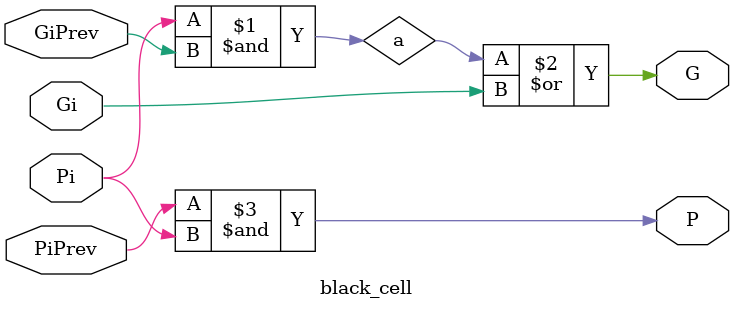
<source format=sv>
module black_cell (
    output logic G,       // Output Generate signal
    output logic P,       // Output Propagate signal
    input  logic Gi,      // Generate signal of ith stage
    input  logic Pi,      // Propagate signal of ith stage
    input  logic GiPrev,  // Generate signal of previous stage
    input  logic PiPrev   // Propagate signal of previous stage
);
  wire a;
  and (a, Pi, GiPrev);
  or  (G, a, Gi);
  and (P, PiPrev, Pi);
endmodule

</source>
